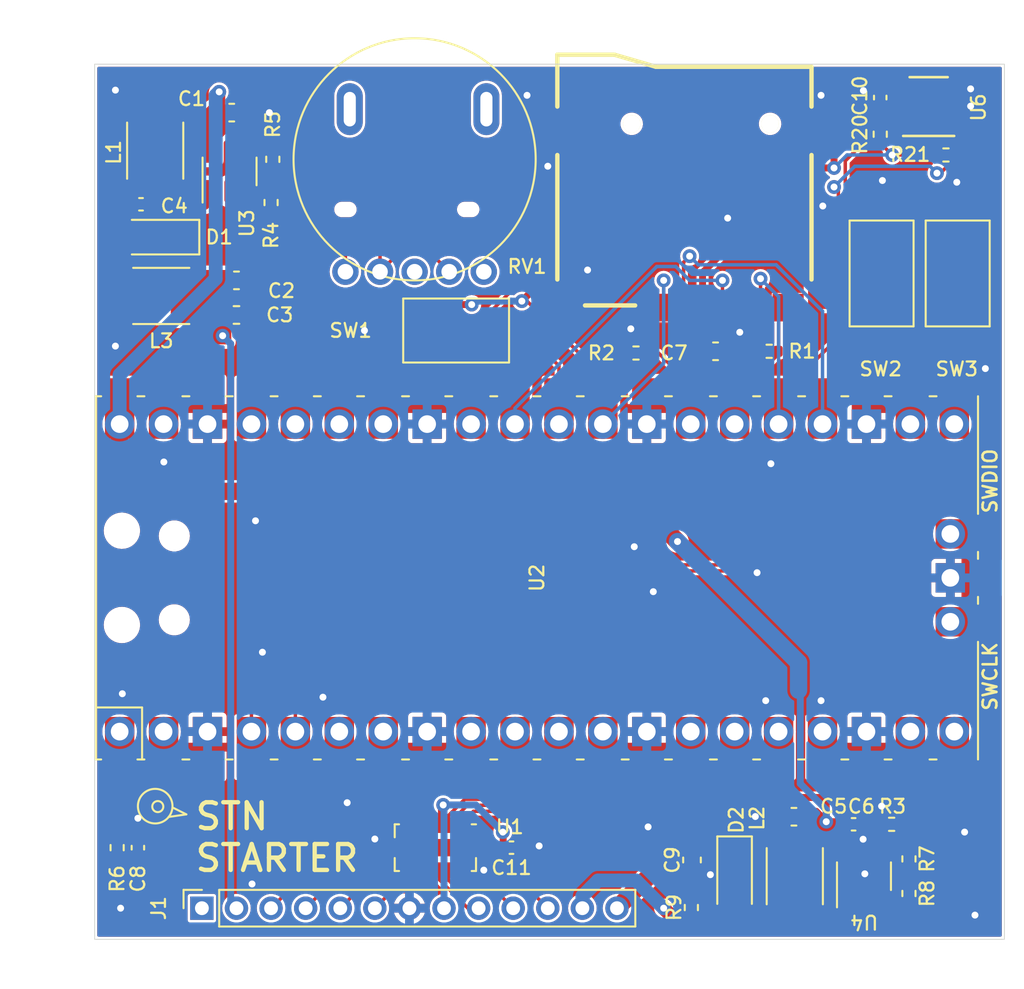
<source format=kicad_pcb>
(kicad_pcb (version 20211014) (generator pcbnew)
  (layers (0 "F.Cu" signal) (31 "B.Cu" signal) (34 "B.Paste" user) (35 "F.Paste" user) (36 "B.SilkS" user "B.Silkscreen") (37 "F.SilkS" user "F.Silkscreen") (38 "B.Mask" user) (39 "F.Mask" user) (44 "Edge.Cuts" user))
  (net 0 "")
  (net 1 "/SWCLK")
  (net 2 "/SWDIO")
  (net 3 "+3V3")
  (net 4 "+5V")
  (net 5 "/VSYNC")
  (net 6 "Net-(D1-Pad2)")
  (net 7 "Net-(D2-Pad2)")
  (net 8 "Net-(R4-Pad1)")
  (net 9 "/SD_DAT2")
  (net 10 "/SD_DAT3")
  (net 11 "/SD_CMD")
  (net 12 "/SD_CLK")
  (net 13 "/SD_DAT0")
  (net 14 "/RUN")
  (net 15 "/PWM0")
  (net 18 "/VSYS")
  (net 19 "GND")
  (net 20 "/SD_DAT1")
  (net 21 "/VCLK")
  (net 22 "VEE")
  (net 23 "Net-(C8-Pad2)")
  (net 24 "Net-(L1-Pad2)")
  (net 25 "/LEDA")
  (net 27 "/D0S")
  (net 28 "/D1S")
  (net 29 "/D2S")
  (net 30 "/D3S")
  (net 31 "/D3")
  (net 32 "/D2")
  (net 33 "/D1")
  (net 34 "/D0")
  (net 35 "/AC")
  (net 36 "/HSYNC")
  (net 37 "/LCD_EN")
  (net 38 "/LEDK")
  (net 39 "Net-(R5-Pad2)")
  (net 40 "/LCD_PWM")
  (net 41 "Net-(R7-Pad1)")
  (net 42 "/VCLKS")
  (net 43 "/HSYNCS")
  (net 44 "/VSYNCS")
  (net 48 "Net-(SW2-Pad1)")
  (net 49 "Net-(SW3-Pad1)")
  (net 50 "/I2C_SDA")
  (net 51 "/I2C_SCL")
  (net 57 "/BL_EN")
  (footprint "Capacitor_SMD:C_0402_1005Metric" (layer "F.Cu") (at 145.38125 109.65 180)
    (fp_text reference "C6")
    (fp_text value "100nF")
  )
  (footprint "Capacitor_SMD:C_0402_1005Metric" (layer "F.Cu") (at 104 111 -90)
    (fp_text reference "C8")
    (fp_text value "220nF")
  )
  (footprint "footprints:L_1212" (layer "F.Cu") (at 105 70.7 -90)
    (fp_text reference "L1")
    (fp_text value "10uH")
  )
  (footprint "Resistor_SMD:R_0402_1005Metric" (layer "F.Cu") (at 111.7 73.7 -90)
    (fp_text reference "R4")
    (fp_text value "470K")
  )
  (footprint "Resistor_SMD:R_0402_1005Metric" (layer "F.Cu") (at 111.8 71.2 -90)
    (fp_text reference "R5")
    (fp_text value "20K")
  )
  (footprint "Capacitor_SMD:C_0603_1608Metric" (layer "F.Cu") (at 109.7 80.2 180)
    (fp_text reference "C3")
    (fp_text value "10uF")
  )
  (footprint "Resistor_SMD:R_0402_1005Metric" (layer "F.Cu") (at 132.8 82.4)
    (fp_text reference "R2")
    (fp_text value "10K")
  )
  (footprint "Capacitor_SMD:C_0603_1608Metric" (layer "F.Cu") (at 141.93125 109.2125)
    (fp_text reference "C5")
    (fp_text value "10uF")
  )
  (footprint "Resistor_SMD:R_0402_1005Metric" (layer "F.Cu") (at 102.8 111 90)
    (fp_text reference "R6")
    (fp_text value "49.9K/1%")
  )
  (footprint "Capacitor_SMD:C_0402_1005Metric" (layer "F.Cu") (at 125.6 111 180)
    (fp_text reference "C11")
    (fp_text value "100nF")
  )
  (footprint "Capacitor_SMD:C_0402_1005Metric" (layer "F.Cu") (at 146.92152 67.62928 -90)
    (fp_text reference "C10")
    (fp_text value "100nF")
  )
  (footprint "Capacitor_SMD:C_0603_1608Metric" (layer "F.Cu") (at 137.4 82.3)
    (fp_text reference "C7")
    (fp_text value "10uF")
  )
  (footprint "Package_TO_SOT_SMD:SOT-23-5" (layer "F.Cu") (at 109.3 71.9 90)
    (fp_text reference "U3")
    (fp_text value "LT1617")
  )
  (footprint "Resistor_SMD:R_0402_1005Metric" (layer "F.Cu") (at 148.58125 111.65 90)
    (fp_text reference "R7")
    (fp_text value "10K")
  )
  (footprint "Button_Switch_SMD:SW_SPST_CK_RS282G05A3" (layer "F.Cu") (at 147 77.8 90)
    (fp_text reference "SW2")
    (fp_text value "SW_Push")
  )
  (footprint "Diode_SMD:D_SOD-123" (layer "F.Cu") (at 138.5 112.6 -90)
    (fp_text reference "D2")
    (fp_text value "MBR0530")
  )
  (footprint "Package_DFN_QFN:WQFN-20-1EP_2.5x4.5mm_P0.5mm_EP1x2.9mm" (layer "F.Cu") (at 121.2 111 -90)
    (fp_text reference "U1")
    (fp_text value "74HC245")
  )
  (footprint "footprints:RPi_Pico_SMD_TH" (layer "F.Cu") (at 127.075 95.4 90)
    (fp_text reference "U2")
    (fp_text value "Pico")
  )
  (footprint "Button_Switch_SMD:SW_SPST_CK_RS282G05A3" (layer "F.Cu") (at 122.4 81.1 180)
    (fp_text reference "SW1")
    (fp_text value "SW_Push")
  )
  (footprint "Button_Switch_SMD:SW_SPST_CK_RS282G05A3" (layer "F.Cu") (at 151.4 77.8 90)
    (fp_text reference "SW3")
    (fp_text value "SW_Push")
  )
  (footprint "Diode_SMD:D_SOD-123" (layer "F.Cu") (at 105.3 75.7 180)
    (fp_text reference "D1")
    (fp_text value "MBR0530")
  )
  (footprint "footprints:Potentiometer_RK14J" (layer "F.Cu") (at 120 71.2)
    (fp_text reference "RV1")
    (fp_text value "RK14J11A0A02/50K")
  )
  (footprint "Connector_PinSocket_2.00mm:PinSocket_1x13_P2.00mm_Vertical" (layer "F.Cu") (at 107.7 114.5 90)
    (fp_text reference "J1")
    (fp_text value "Conn_01x14")
  )
  (footprint "Capacitor_SMD:C_0603_1608Metric" (layer "F.Cu") (at 136.0375 111.7125 90)
    (fp_text reference "C9")
    (fp_text value "1uF/35V")
  )
  (footprint "Resistor_SMD:R_0402_1005Metric" (layer "F.Cu") (at 146.92152 69.74928 90)
    (fp_text reference "R20")
    (fp_text value "10K")
  )
  (footprint "Resistor_SMD:R_0402_1005Metric" (layer "F.Cu") (at 148.58125 113.65 90)
    (fp_text reference "R8")
    (fp_text value "1K")
  )
  (footprint "Resistor_SMD:R_0402_1005Metric" (layer "F.Cu") (at 150.72152 70.94928)
    (fp_text reference "R21")
    (fp_text value "10K")
  )
  (footprint "Capacitor_SMD:C_0603_1608Metric" (layer "F.Cu") (at 109.425 68.5 180)
    (fp_text reference "C1")
    (fp_text value "10uF")
  )
  (footprint "Resistor_SMD:R_0402_1005Metric" (layer "F.Cu") (at 136 114.4625 90)
    (fp_text reference "R9")
    (fp_text value "15R")
  )
  (footprint "Capacitor_SMD:C_0402_1005Metric" (layer "F.Cu") (at 104.18 73.8 180)
    (fp_text reference "C4")
    (fp_text value "220nF")
  )
  (footprint "Package_TO_SOT_SMD:SOT-23-5" (layer "F.Cu") (at 145.98125 112.65 90)
    (fp_text reference "U4")
    (fp_text value "CAT4139")
  )
  (footprint "Capacitor_SMD:C_0603_1608Metric" (layer "F.Cu") (at 109.7 78.2 180)
    (fp_text reference "C2")
    (fp_text value "10uF")
  )
  (footprint "Resistor_SMD:R_0402_1005Metric" (layer "F.Cu") (at 140.5 82.3)
    (fp_text reference "R1")
    (fp_text value "10K")
  )
  (footprint "footprints:L_1212" (layer "F.Cu") (at 105.35 79.1)
    (fp_text reference "L3")
    (fp_text value "10uH")
  )
  (footprint "Package_SON:Texas_PWSON-N6" (layer "F.Cu") (at 149.72152 68.14928 180)
    (fp_text reference "U6")
    (fp_text value "HDC2080")
  )
  (footprint "footprints:TFC-WPAPR-08" (layer "F.Cu") (at 135.6 72.4 90)
    (fp_text reference "MICRO_SD1" hide)
    (fp_text value "MICRO_SD(TFC-WPAPR-08)")
  )
  (footprint "Resistor_SMD:R_0402_1005Metric" (layer "F.Cu") (at 147.58125 109.65 180)
    (fp_text reference "R3")
    (fp_text value "10K")
  )
  (footprint "footprints:L_1212" (layer "F.Cu") (at 141.98125 112.65 -90)
    (fp_text reference "L2")
    (fp_text value "22uH")
  )
  (gr_line (start 106.8 109.075) (end 105.775 109.225) (layer "F.SilkS") (width 0.12))
  (gr_circle (center 105.15 108.624845) (end 105.47 108.624845) (layer "F.SilkS") (width 0.12) (fill none))
  (gr_line (start 106 108.675) (end 106.8 109.075) (layer "F.SilkS") (width 0.12))
  (gr_circle (center 105 108.6) (end 106 108.6) (layer "F.SilkS") (width 0.12) (fill none))
  (gr_rect (start 101.5 65.7) (end 154.1 116.3) (layer "Edge.Cuts") (width 0.05) (fill none))
  (gr_text "STN\nSTARTER" (at 107.2 110.4) (layer "F.SilkS") (effects (font (size 1.5 1.5) (thickness 0.25)) (justify left)))
  (segment (start 144.2505 71.7) (end 142.7 71.7) (width 0.4) (layer "F.Cu") (net 3))
  (segment (start 146.92152 68.10928) (end 148.28152 68.10928) (width 0.4) (layer "F.Cu") (net 3))
  (segment (start 137.3 83.2) (end 136.625 82.525) (width 0.2) (layer "F.Cu") (net 3))
  (segment (start 139.99 82.3) (end 139.6 82.3) (width 0.2) (layer "F.Cu") (net 3))
  (segment (start 138.7 83.2) (end 137.3 83.2) (width 0.2) (layer "F.Cu") (net 3))
  (segment (start 126.2 79.4) (end 126.499511 79.4) (width 0.2) (layer "F.Cu") (net 3))
  (segment (start 115.7 79.6) (end 113.105 82.195) (width 0.4) (layer "F.Cu") (net 3))
  (segment (start 113.105 82.195) (end 113.105 86.51) (width 0.4) (layer "F.Cu") (net 3))
  (segment (start 150.21152 70.94928) (end 147.61152 70.94928) (width 0.2) (layer "F.Cu") (net 3))
  (segment (start 138.5 75.9) (end 136.64902 77.75098) (width 0.4) (layer "F.Cu") (net 3))
  (segment (start 147.61152 70.94928) (end 146.92152 70.25928) (width 0.2) (layer "F.Cu") (net 3))
  (segment (start 126.499511 79.4) (end 129.499511 82.4) (width 0.2) (layer "F.Cu") (net 3))
  (segment (start 136.625 82.525) (end 136.625 82.3) (width 0.2) (layer "F.Cu") (net 3))
  (segment (start 144.2505 70.1495) (end 146.29072 68.10928) (width 0.4) (layer "F.Cu") (net 3))
  (segment (start 129.7 75.9) (end 126.2 79.4) (width 0.4) (layer "F.Cu") (net 3))
  (segment (start 138.5 75.9) (end 129.7 75.9) (width 0.4) (layer "F.Cu") (net 3))
  (segment (start 136.64902 77.75098) (end 136.64902 79.77362) (width 0.4) (layer "F.Cu") (net 3))
  (segment (start 148.28152 68.10928) (end 148.32152 68.14928) (width 0.4) (layer "F.Cu") (net 3))
  (segment (start 146.29072 68.10928) (end 146.92152 68.10928) (width 0.4) (layer "F.Cu") (net 3))
  (segment (start 142.7 71.7) (end 138.5 75.9) (width 0.4) (layer "F.Cu") (net 3))
  (segment (start 139.6 82.3) (end 138.7 83.2) (width 0.2) (layer "F.Cu") (net 3))
  (segment (start 123.3 79.6) (end 115.7 79.6) (width 0.4) (layer "F.Cu") (net 3))
  (segment (start 144.2505 71.7) (end 144.2505 70.1495) (width 0.4) (layer "F.Cu") (net 3))
  (segment (start 136.64902 79.77362) (end 136.64902 82.156475) (width 0.4) (layer "F.Cu") (net 3))
  (segment (start 136.64902 82.156475) (end 136.616 82.189495) (width 0.4) (layer "F.Cu") (net 3))
  (segment (start 129.499511 82.4) (end 132.29 82.4) (width 0.2) (layer "F.Cu") (net 3))
  (via (at 147.61152 70.94928) (size 0.8) (drill 0.4) (layers "F.Cu" "B.Cu") (net 3))
  (via (at 126.2 79.4) (size 0.8) (drill 0.4) (layers "F.Cu" "B.Cu") (net 3))
  (via (at 123.3 79.6) (size 0.8) (drill 0.4) (layers "F.Cu" "B.Cu") (net 3))
  (via (at 144.2505 71.7) (size 0.8) (drill 0.4) (layers "F.Cu" "B.Cu") (net 3))
  (segment (start 126.2 79.4) (end 123.5 79.4) (width 0.4) (layer "B.Cu") (net 3))
  (segment (start 123.5 79.4) (end 123.3 79.6) (width 0.4) (layer "B.Cu") (net 3))
  (segment (start 145.00122 70.94928) (end 147.61152 70.94928) (width 0.2) (layer "B.Cu") (net 3))
  (segment (start 144.2505 71.7) (end 145.00122 70.94928) (width 0.2) (layer "B.Cu") (net 3))
  (segment (start 121.45 108.731467) (end 121.45 109.7) (width 0.2) (layer "F.Cu") (net 4))
  (segment (start 104.1 90.4) (end 111.5 90.4) (width 1) (layer "F.Cu") (net 4))
  (segment (start 102.945 86.51) (end 102.945 89.245) (width 1) (layer "F.Cu") (net 4))
  (segment (start 121.651993 108.529474) (end 121.45 108.731467) (width 0.2) (layer "F.Cu") (net 4))
  (segment (start 108.65 67.35) (end 108.7 67.3) (width 0.8) (layer "F.Cu") (net 4))
  (segment (start 143.8 108.5) (end 143.4 108.1) (width 0.4) (layer "F.Cu") (net 4))
  (segment (start 125.12 110.12) (end 125.1 110.1) (width 0.4) (layer "F.Cu") (net 4))
  (segment (start 132.3 90.4) (end 135.2 93.3) (width 1) (layer "F.Cu") (net 4))
  (segment (start 124.87 110.75) (end 125.12 111) (width 0.2) (layer "F.Cu") (net 4))
  (segment (start 132.9 111.8) (end 125.4 111.8) (width 0.4) (layer "F.Cu") (net 4))
  (segment (start 102.945 89.245) (end 104.1 90.4) (width 1) (layer "F.Cu") (net 4))
  (segment (start 125.12 111) (end 125.12 110.12) (width 0.4) (layer "F.Cu") (net 4))
  (segment (start 123.5 111.25) (end 124.87 111.25) (width 0.2) (layer "F.Cu") (net 4))
  (segment (start 124.87 111.25) (end 125.12 111) (width 0.2) (layer "F.Cu") (net 4))
  (segment (start 143.4 108.1) (end 136.6 108.1) (width 0.4) (layer "F.Cu") (net 4))
  (segment (start 143.8 109.5) (end 143.8 108.5) (width 0.4) (layer "F.Cu") (net 4))
  (segment (start 136.6 108.1) (end 132.9 111.8) (width 0.4) (layer "F.Cu") (net 4))
  (segment (start 144.90125 111.3825) (end 145.03125 111.5125) (width 0.4) (layer "F.Cu") (net 4))
  (segment (start 125.4 111.8) (end 125.12 111.52) (width 0.4) (layer "F.Cu") (net 4))
  (segment (start 108.65 68.5) (end 108.65 67.35) (width 0.8) (layer "F.Cu") (net 4))
  (segment (start 125.12 111.52) (end 125.12 111) (width 0.4) (layer "F.Cu") (net 4))
  (segment (start 144.90125 109.65) (end 144.90125 111.3825) (width 0.4) (layer "F.Cu") (net 4))
  (segment (start 123.5 110.75) (end 124.87 110.75) (width 0.2) (layer "F.Cu") (net 4))
  (segment (start 111.5 90.4) (end 132.3 90.4) (width 1) (layer "F.Cu") (net 4))
  (via (at 125.1 110.1) (size 0.8) (drill 0.4) (layers "F.Cu" "B.Cu") (net 4))
  (via (at 143.8 109.5) (size 0.8) (drill 0.4) (layers "F.Cu" "B.Cu") (net 4))
  (via (at 135.2 93.3) (size 0.8) (drill 0.4) (layers "F.Cu" "B.Cu") (net 4))
  (via (at 121.651993 108.529474) (size 0.8) (drill 0.4) (layers "F.Cu" "B.Cu") (net 4))
  (via (at 108.7 67.3) (size 0.8) (drill 0.4) (layers "F.Cu" "B.Cu") (net 4))
  (segment (start 142.2 101.9) (end 142.3 102) (width 0.4) (layer "B.Cu") (net 4))
  (segment (start 142.3 107.3) (end 143.8 108.8) (width 0.4) (layer "B.Cu") (net 4))
  (segment (start 121.651993 108.529474) (end 121.7 108.577481) (width 0.4) (layer "B.Cu") (net 4))
  (segment (start 121.7 108.577481) (end 121.7 114.5) (width 0.4) (layer "B.Cu") (net 4))
  (segment (start 108.5 67.5) (end 108.5 78.1) (width 0.8) (layer "B.Cu") (net 4))
  (segment (start 121.651993 108.529474) (end 123.529474 108.529474) (width 0.4) (layer "B.Cu") (net 4))
  (segment (start 102.945 83.655) (end 102.945 86.51) (width 0.8) (layer "B.Cu") (net 4))
  (segment (start 108.5 78.1) (end 102.945 83.655) (width 0.8) (layer "B.Cu") (net 4))
  (segment (start 123.529474 108.529474) (end 125.1 110.1) (width 0.4) (layer "B.Cu") (net 4))
  (segment (start 142.2 100.3) (end 142.2 101.9) (width 1) (layer "B.Cu") (net 4))
  (segment (start 108.7 67.3) (end 108.5 67.5) (width 0.8) (layer "B.Cu") (net 4))
  (segment (start 142.3 102) (end 142.3 107.3) (width 0.4) (layer "B.Cu") (net 4))
  (segment (start 135.2 93.3) (end 142.2 100.3) (width 1) (layer "B.Cu") (net 4))
  (segment (start 143.8 108.8) (end 143.8 109.5) (width 0.4) (layer "B.Cu") (net 4))
  (segment (start 122.95 109.7) (end 122.95 109.35) (width 0.2) (layer "F.Cu") (net 5))
  (segment (start 135.965 106.835) (end 135.965 104.29) (width 0.2) (layer "F.Cu") (net 5))
  (segment (start 123.4 108.9) (end 133.9 108.9) (width 0.2) (layer "F.Cu") (net 5))
  (segment (start 133.9 108.9) (end 135.965 106.835) (width 0.2) (layer "F.Cu") (net 5))
  (segment (start 122.95 109.35) (end 123.4 108.9) (width 0.2) (layer "F.Cu") (net 5))
  (segment (start 104 77.1) (end 103.65 76.75) (width 1) (layer "F.Cu") (net 6))
  (segment (start 103.65 76.75) (end 103.65 75.7) (width 1) (layer "F.Cu") (net 6))
  (segment (start 104 79.1) (end 104 77.1) (width 1) (layer "F.Cu") (net 6))
  (segment (start 103.7 75.65) (end 103.65 75.7) (width 0.8) (layer "F.Cu") (net 6))
  (segment (start 103.7 73.8) (end 103.7 75.65) (width 0.8) (layer "F.Cu") (net 6))
  (segment (start 110.4025 73.19) (end 110.25 73.0375) (width 0.2) (layer "F.Cu") (net 8))
  (segment (start 116 76.2) (end 112.99 73.19) (width 0.2) (layer "F.Cu") (net 8))
  (segment (start 111.7 73.19) (end 110.4025 73.19) (width 0.2) (layer "F.Cu") (net 8))
  (segment (start 112.99 73.19) (end 111.7 73.19) (width 0.2) (layer "F.Cu") (net 8))
  (segment (start 116 77.7) (end 116 76.2) (width 0.2) (layer "F.Cu") (net 8))
  (segment (start 134.1 82.4) (end 133.31 82.4) (width 0.2) (layer "F.Cu") (net 9))
  (segment (start 135.965 86.51) (end 135.965 84.265) (width 0.2) (layer "F.Cu") (net 9))
  (segment (start 133.3521 79.77362) (end 133.3521 82.3579) (width 0.2) (layer "F.Cu") (net 9))
  (segment (start 133.3521 82.3579) (end 133.31 82.4) (width 0.2) (layer "F.Cu") (net 9))
  (segment (start 135.965 84.265) (end 134.1 82.4) (width 0.2) (layer "F.Cu") (net 9))
  (segment (start 134.4 78.2) (end 134.4 79.7217) (width 0.2) (layer "F.Cu") (net 10))
  (segment (start 134.4 79.7217) (end 134.45192 79.77362) (width 0.2) (layer "F.Cu") (net 10))
  (via (at 134.4 78.2) (size 0.8) (drill 0.4) (layers "F.Cu" "B.Cu") (net 10))
  (segment (start 134.4 82.995) (end 134.4 78.2) (width 0.2) (layer "B.Cu") (net 10))
  (segment (start 130.885 86.51) (end 134.4 82.995) (width 0.2) (layer "B.Cu") (net 10))
  (segment (start 135.55174 77.14826) (end 135.55174 79.77362) (width 0.2) (layer "F.Cu") (net 11))
  (segment (start 135.9 76.8) (end 135.55174 77.14826) (width 0.2) (layer "F.Cu") (net 11))
  (via (at 135.9 76.8) (size 0.8) (drill 0.4) (layers "F.Cu" "B.Cu") (net 11))
  (segment (start 140.9 77.3) (end 143.585 79.985) (width 0.2) (layer "B.Cu") (net 11))
  (segment (start 135.9 76.8) (end 136.4 77.3) (width 0.2) (layer "B.Cu") (net 11))
  (segment (start 143.585 79.985) (end 143.585 86.51) (width 0.2) (layer "B.Cu") (net 11))
  (segment (start 136.4 77.3) (end 140.9 77.3) (width 0.2) (layer "B.Cu") (net 11))
  (segment (start 137.8 79.72246) (end 137.74884 79.77362) (width 0.2) (layer "F.Cu") (net 12))
  (segment (start 137.8 78.2) (end 137.8 79.72246) (width 0.2) (layer "F.Cu") (net 12))
  (via (at 137.8 78.2) (size 0.8) (drill 0.4) (layers "F.Cu" "B.Cu") (net 12))
  (segment (start 125.805 86.51) (end 125.805 85.595) (width 0.2) (layer "B.Cu") (net 12))
  (segment (start 129.1 82.3) (end 134 77.4) (width 0.2) (layer "B.Cu") (net 12))
  (segment (start 135.1 77.4) (end 135.9 78.2) (width 0.2) (layer "B.Cu") (net 12))
  (segment (start 135.9 78.2) (end 137.8 78.2) (width 0.2) (layer "B.Cu") (net 12))
  (segment (start 125.805 85.595) (end 129.1 82.3) (width 0.2) (layer "B.Cu") (net 12))
  (segment (start 134 77.4) (end 135.1 77.4) (width 0.2) (layer "B.Cu") (net 12))
  (segment (start 140 78.1) (end 140 79.7221) (width 0.2) (layer "F.Cu") (net 13))
  (segment (start 140 79.7221) (end 139.94848 79.77362) (width 0.2) (layer "F.Cu") (net 13))
  (via (at 140 78.1) (size 0.8) (drill 0.4) (layers "F.Cu" "B.Cu") (net 13))
  (segment (start 141.045 86.51) (end 141.045 79.145) (width 0.2) (layer "B.Cu") (net 13))
  (segment (start 141.045 79.145) (end 140 78.1) (width 0.2) (layer "B.Cu") (net 13))
  (segment (start 128.345 83.145) (end 126.3 81.1) (width 0.2) (layer "F.Cu") (net 14))
  (segment (start 128.345 86.51) (end 128.345 83.145) (width 0.2) (layer "F.Cu") (net 14))
  (segment (start 118.9 110.75) (end 117.95 110.75) (width 0.2) (layer "F.Cu") (net 19))
  (segment (start 151.12152 67.19928) (end 152.075 67.19928) (width 0.2) (layer "F.Cu") (net 19))
  (segment (start 104 110.52) (end 104 109.3) (width 0.2) (layer "F.Cu") (net 19))
  (segment (start 147 73.9) (end 147 72.47428) (width 0.2) (layer "F.Cu") (net 19))
  (segment (start 152.125 68.14928) (end 152.1479 68.12638) (width 0.2) (layer "F.Cu") (net 19))
  (segment (start 151.4 73.9) (end 151.4 72.57848) (width 0.2) (layer "F.Cu") (net 19))
  (segment (start 151.12152 68.14928) (end 152.125 68.14928) (width 0.2) (layer "F.Cu") (net 19))
  (segment (start 151.4 72.57848) (end 151.3479 72.52638) (width 0.2) (layer "F.Cu") (net 19))
  (segment (start 117.95 110.75) (end 117.7 110.5) (width 0.2) (layer "F.Cu") (net 19))
  (segment (start 145.98125 113.7875) (end 145.98125 112.5625) (width 0.4) (layer "F.Cu") (net 19))
  (segment (start 145.86125 110.4425) (end 145.93125 110.5125) (width 0.4) (layer "F.Cu") (net 19))
  (segment (start 118.5 81.1) (end 117.1 81.1) (width 0.2) (layer "F.Cu") (net 19))
  (segment (start 145.98125 112.5625) (end 146.03125 112.5125) (width 0.4) (layer "F.Cu") (net 19))
  (segment (start 137.025 112.4875) (end 137.1 112.5625) (width 0.4) (layer "F.Cu") (net 19))
  (segment (start 146.92152 67.14928) (end 146.025 67.14928) (width 0.2) (layer "F.Cu") (net 19))
  (segment (start 152.075 67.19928) (end 152.1479 67.12638) (width 0.2) (layer "F.Cu") (net 19))
  (segment (start 147 72.47428) (end 147.0479 72.42638) (width 0.2) (layer "F.Cu") (net 19))
  (segment (start 145.86125 109.65) (end 147.07125 109.65) (width 0.4) (layer "F.Cu") (net 19))
  (segment (start 145.86125 109.65) (end 145.86125 110.4425) (width 0.4) (layer "F.Cu") (net 19))
  (segment (start 146.025 67.14928) (end 145.9479 67.22638) (width 0.2) (layer "F.Cu") (net 19))
  (segment (start 136.0375 112.4875) (end 137.025 112.4875) (width 0.4) (layer "F.Cu") (net 19))
  (via (at 138.1 74.6) (size 0.8) (drill 0.4) (layers "F.Cu" "B.Cu") (net 19))
  (via (at 146.03125 112.5125) (size 0.8) (drill 0.4) (layers "F.Cu" "B.Cu") (net 19))
  (via (at 104 109.3) (size 0.8) (drill 0.4) (layers "F.Cu" "B.Cu") (net 19))
  (via (at 137.1 112.5625) (size 0.8) (drill 0.4) (layers "F.Cu" "B.Cu") (net 19))
  (via (at 139.8 95.1) (size 0.8) (drill 0.4) (layers "F.Cu" "B.Cu") (net 19))
  (via (at 102.7 82) (size 0.8) (drill 0.4) (layers "F.Cu" "B.Cu") (net 19))
  (via (at 111.2 99.7) (size 0.8) (drill 0.4) (layers "F.Cu" "B.Cu") (net 19))
  (via (at 140.3 102.5) (size 0.8) (drill 0.4) (layers "F.Cu" "B.Cu") (net 19))
  (via (at 133.8 96.2) (size 0.8) (drill 0.4) (layers "F.Cu" "B.Cu") (net 19))
  (via (at 105.5 88.7) (size 0.8) (drill 0.4) (layers "F.Cu" "B.Cu") (net 19))
  (via (at 117.7 110.5) (size 0.8) (drill 0.4) (layers "F.Cu" "B.Cu") (net 19))
  (via (at 132.7 93.6) (size 0.8) (drill 0.4) (layers "F.Cu" "B.Cu") (net 19))
  (via (at 116.1 108.4) (size 0.8) (drill 0.4) (layers "F.Cu" "B.Cu") (net 19))
  (via (at 143.5 102.5) (size 0.8) (drill 0.4) (layers "F.Cu" "B.Cu") (net 19))
  (via (at 126.5 67.5) (size 0.8) (drill 0.4) (layers "F.Cu" "B.Cu") (net 19))
  (via (at 139.7 109.2) (size 0.8) (drill 0.4) (layers "F.Cu" "B.Cu") (net 19))
  (via (at 152.4 114.9) (size 0.8) (drill 0.4) (layers "F.Cu" "B.Cu") (net 19))
  (via (at 151.3479 72.52638) (size 0.8) (drill 0.4) (layers "F.Cu" "B.Cu") (net 19))
  (via (at 110.6 113.1) (size 0.8) (drill 0.4) (layers "F.Cu" "B.Cu") (net 19))
  (via (at 114.7 102.3) (size 0.8) (drill 0.4) (layers "F.Cu" "B.Cu") (net 19))
  (via (at 133.5 109.8) (size 0.8) (drill 0.4) (layers "F.Cu" "B.Cu") (net 19))
  (via (at 145.9479 67.22638) (size 0.8) (drill 0.4) (layers "F.Cu" "B.Cu") (net 19))
  (via (at 147 108.6) (size 0.8) (drill 0.4) (layers "F.Cu" "B.Cu") (net 19))
  (via (at 140.6 88.8) (size 0.8) (drill 0.4) (layers "F.Cu" "B.Cu") (net 19))
  (via (at 145.93125 110.5125) (size 0.8) (drill 0.4) (layers "F.Cu" "B.Cu") (net 19))
  (via (at 143.6 73.9) (size 0.8) (drill 0.4) (layers "F.Cu" "B.Cu") (net 19))
  (via (at 127.7 71.6) (size 0.8) (drill 0.4) (layers "F.Cu" "B.Cu") (net 19))
  (via (at 110.8 92.1) (size 0.8) (drill 0.4) (layers "F.Cu" "B.Cu") (net 19))
  (via (at 102.7 67.2) (size 0.8) (drill 0.4) (layers "F.Cu" "B.Cu") (net 19))
  (via (at 152.1479 67.12638) (size 0.8) (drill 0.4) (layers "F.Cu" "B.Cu") (net 19))
  (via (at 130 77.6) (size 0.8) (drill 0.4) (layers "F.Cu" "B.Cu") (net 19))
  (via (at 111.6 68.5) (size 0.8) (drill 0.4) (layers "F.Cu" "B.Cu") (net 19))
  (via (at 103.1 102.1) (size 0.8) (drill 0.4) (layers "F.Cu" "B.Cu") (net 19))
  (via (at 143.5 67.5) (size 0.8) (drill 0.4) (layers "F.Cu" "B.Cu") (net 19))
  (via (at 127.2 110.9) (size 0.8) (drill 0.4) (layers "F.Cu" "B.Cu") (net 19))
  (via (at 152.1479 68.12638) (size 0.8) (drill 0.4) (layers "F.Cu" "B.Cu") (net 19))
  (via (at 103 114.5) (size 0.8) (drill 0.4) (layers "F.Cu" "B.Cu") (net 19))
  (via (at 124 112.3) (size 0.8) (drill 0.4) (layers "F.Cu" "B.Cu") (net 19))
  (via (at 138.8 81.2) (size 0.8) (drill 0.4) (layers "F.Cu" "B.Cu") (net 19))
  (via (at 153 83.3) (size 0.8) (drill 0.4) (layers "F.Cu" "B.Cu") (net 19))
  (via (at 132.5 81) (size 0.8) (drill 0.4) (layers "F.Cu" "B.Cu") (net 19))
  (via (at 117.1 81.1) (size 0.8) (drill 0.4) (layers "F.Cu" "B.Cu") (net 19))
  (via (at 147.0479 72.42638) (size 0.8) (drill 0.4) (layers "F.Cu" "B.Cu") (net 19))
  (via (at 151.8 110.1) (size 0.8) (drill 0.4) (layers "F.Cu" "B.Cu") (net 19))
  (segment (start 141.01 82.3) (end 141.0483 82.2617) (width 0.2) (layer "F.Cu") (net 20))
  (segment (start 138.505 83.895) (end 138.505 86.51) (width 0.2) (layer "F.Cu") (net 20))
  (segment (start 139.1 83.3) (end 138.505 83.895) (width 0.2) (layer "F.Cu") (net 20))
  (segment (start 141.01 82.49) (end 140.2 83.3) (width 0.2) (layer "F.Cu") (net 20))
  (segment (start 141.01 82.3) (end 141.01 82.49) (width 0.2) (layer "F.Cu") (net 20))
  (segment (start 141.0483 82.2617) (end 141.0483 79.77362) (width 0.2) (layer "F.Cu") (net 20))
  (segment (start 140.2 83.3) (end 139.1 83.3) (width 0.2) (layer "F.Cu") (net 20))
  (segment (start 128.345 107.355) (end 128.345 104.29) (width 0.2) (layer "F.Cu") (net 21))
  (segment (start 121.95 109.15) (end 122.899038 108.200962) (width 0.2) (layer "F.Cu") (net 21))
  (segment (start 122.899038 108.200962) (end 127.499038 108.200962) (width 0.2) (layer "F.Cu") (net 21))
  (segment (start 121.95 109.7) (end 121.95 109.15) (width 0.2) (layer "F.Cu") (net 21))
  (segment (start 127.499038 108.200962) (end 128.345 107.355) (width 0.2) (layer "F.Cu") (net 21))
  (segment (start 111.7 74.21) (end 111.7 75.4) (width 0.2) (layer "F.Cu") (net 22))
  (segment (start 111.7 75.4) (end 108.925 78.175) (width 0.2) (layer "F.Cu") (net 22))
  (segment (start 108.925 78.175) (end 108.925 78.2) (width 0.2) (layer "F.Cu") (net 22))
  (via (at 108.9 81.4) (size 0.8) (drill 0.4) (layers "F.Cu" "B.Cu") (net 22))
  (segment (start 108.9 81.4) (end 109.365489 81.865489) (width 0.4) (layer "B.Cu") (net 22))
  (segment (start 109.365489 81.865489) (end 109.365489 114.165489) (width 0.4) (layer "B.Cu") (net 22))
  (segment (start 109.365489 114.165489) (end 109.7 114.5) (width 0.4) (layer "B.Cu") (net 22))
  (segment (start 150.6 114.8) (end 150.6 112.5) (width 0.2) (layer "F.Cu") (net 23))
  (segment (start 104 111.48) (end 102.83 111.48) (width 0.2) (layer "F.Cu") (net 23))
  (segment (start 150.6 112.5) (end 149.24 111.14) (width 0.2) (layer "F.Cu") (net 23))
  (segment (start 149.24 111.14) (end 148.58125 111.14) (width 0.2) (layer "F.Cu") (net 23))
  (segment (start 149.8 115.6) (end 150.6 114.8) (width 0.2) (layer "F.Cu") (net 23))
  (segment (start 104 113.9) (end 105.7 115.6) (width 0.2) (layer "F.Cu") (net 23))
  (segment (start 102.83 111.48) (end 102.8 111.51) (width 0.2) (layer "F.Cu") (net 23))
  (segment (start 105.7 115.6) (end 149.8 115.6) (width 0.2) (layer "F.Cu") (net 23))
  (segment (start 104 111.48) (end 104 113.9) (width 0.2) (layer "F.Cu") (net 23))
  (segment (start 136.0375 110.9375) (end 135.2625 110.9375) (width 1) (layer "F.Cu") (net 25))
  (segment (start 135.2625 110.9375) (end 131.7 114.5) (width 1) (layer "F.Cu") (net 25))
  (segment (start 116.39904 112.50096) (end 113.69904 112.50096) (width 0.2) (layer "F.Cu") (net 27))
  (segment (start 117.65 111.25) (end 116.39904 112.50096) (width 0.2) (layer "F.Cu") (net 27))
  (segment (start 118.9 111.25) (end 117.65 111.25) (width 0.2) (layer "F.Cu") (net 27))
  (segment (start 113.69904 112.50096) (end 111.7 114.5) (width 0.2) (layer "F.Cu") (net 27))
  (segment (start 115.34952 112.85048) (end 113.7 114.5) (width 0.2) (layer "F.Cu") (net 28))
  (segment (start 119.45 112.65) (end 119.24952 112.85048) (width 0.2) (layer "F.Cu") (net 28))
  (segment (start 119.24952 112.85048) (end 115.34952 112.85048) (width 0.2) (layer "F.Cu") (net 28))
  (segment (start 119.45 112.3) (end 119.45 112.65) (width 0.2) (layer "F.Cu") (net 28))
  (segment (start 119.619022 113.2) (end 117 113.2) (width 0.2) (layer "F.Cu") (net 29))
  (segment (start 119.95 112.869022) (end 119.619022 113.2) (width 0.2) (layer "F.Cu") (net 29))
  (segment (start 117 113.2) (end 115.7 114.5) (width 0.2) (layer "F.Cu") (net 29))
  (segment (start 119.95 112.3) (end 119.95 112.869022) (width 0.2) (layer "F.Cu") (net 29))
  (segment (start 120.45 112.3) (end 120.45 112.95) (width 0.2) (layer "F.Cu") (net 30))
  (segment (start 120.45 112.95) (end 119.85048 113.54952) (width 0.2) (layer "F.Cu") (net 30))
  (segment (start 118.65048 113.54952) (end 117.7 114.5) (width 0.2) (layer "F.Cu") (net 30))
  (segment (start 119.85048 113.54952) (end 118.65048 113.54952) (width 0.2) (layer "F.Cu") (net 30))
  (segment (start 121.3 107.8) (end 125.3 107.8) (width 0.2) (layer "F.Cu") (net 31))
  (segment (start 125.3 107.8) (end 125.805 107.295) (width 0.2) (layer "F.Cu") (net 31))
  (segment (start 120.95 109.7) (end 120.95 108.15) (width 0.2) (layer "F.Cu") (net 31))
  (segment (start 125.805 107.295) (end 125.805 104.29) (width 0.2) (layer "F.Cu") (net 31))
  (segment (start 120.95 108.15) (end 121.3 107.8) (width 0.2) (layer "F.Cu") (net 31))
  (segment (start 120.45 108.05) (end 121.049519 107.450481) (width 0.2) (layer "F.Cu") (net 32))
  (segment (start 123.265 107.035) (end 123.265 104.29) (width 0.2) (layer "F.Cu") (net 32))
  (segment (start 121.049519 107.450481) (end 122.849519 107.450481) (width 0.2) (layer "F.Cu") (net 32))
  (segment (start 120.45 109.7) (end 120.45 108.05) (width 0.2) (layer "F.Cu") (net 32))
  (segment (start 122.849519 107.450481) (end 123.265 107.035) (width 0.2) (layer "F.Cu") (net 32))
  (segment (start 119.95 108.45) (end 118.185 106.685) (width 0.2) (layer "F.Cu") (net 33))
  (segment (start 118.185 106.685) (end 118.185 104.29) (width 0.2) (layer "F.Cu") (net 33))
  (segment (start 119.95 109.7) (end 119.95 108.45) (width 0.2) (layer "F.Cu") (net 33))
  (segment (start 118.3 107.6) (end 116.4 107.6) (width 0.2) (layer "F.Cu") (net 34))
  (segment (start 119.45 108.75) (end 118.3 107.6) (width 0.2) (layer "F.Cu") (net 34))
  (segment (start 119.45 109.7) (end 119.45 108.75) (width 0.2) (layer "F.Cu") (net 34))
  (segment (start 116.4 107.6) (end 115.645 106.845) (width 0.2) (layer "F.Cu") (net 34))
  (segment (start 115.645 106.845) (end 115.645 104.29) (width 0.2) (layer "F.Cu") (net 34))
  (segment (start 122.45 109.15) (end 123.049519 108.550481) (width 0.2) (layer "F.Cu") (net 36))
  (segment (start 129.849519 108.550481) (end 130.885 107.515) (width 0.2) (layer "F.Cu") (net 36))
  (segment (start 122.45 109.7) (end 122.45 109.15) (width 0.2) (layer "F.Cu") (net 36))
  (segment (start 130.885 107.515) (end 130.885 104.29) (width 0.2) (layer "F.Cu") (net 36))
  (segment (start 123.049519 108.550481) (end 129.849519 108.550481) (width 0.2) (layer "F.Cu") (net 36))
  (segment (start 114 69.6) (end 115.1 70.7) (width 0.2) (layer "F.Cu") (net 37))
  (segment (start 125.4 79) (end 123.265 81.135) (width 0.2) (layer "F.Cu") (net 37))
  (segment (start 111 69.6) (end 114 69.6) (width 0.2) (layer "F.Cu") (net 37))
  (segment (start 110.25 70.7625) (end 110.25 70.35) (width 0.2) (layer "F.Cu") (net 37))
  (segment (start 115.1 70.7) (end 122.2 70.7) (width 0.2) (layer "F.Cu") (net 37))
  (segment (start 125.4 73.9) (end 125.4 79) (width 0.2) (layer "F.Cu") (net 37))
  (segment (start 110.25 70.35) (end 111 69.6) (width 0.2) (layer "F.Cu") (net 37))
  (segment (start 123.265 81.135) (end 123.265 86.51) (width 0.2) (layer "F.Cu") (net 37))
  (segment (start 122.2 70.7) (end 125.4 73.9) (width 0.2) (layer "F.Cu") (net 37))
  (segment (start 136.27798 115.25048) (end 148.14952 115.25048) (width 0.2) (layer "F.Cu") (net 38))
  (segment (start 148.14952 115.25048) (end 148.58125 114.81875) (width 0.2) (layer "F.Cu") (net 38))
  (segment (start 148.58125 114.81875) (end 148.58125 114.16) (width 0.2) (layer "F.Cu") (net 38))
  (segment (start 134.85048 114.95048) (end 136 114.95048) (width 0.8) (layer "F.Cu") (net 38))
  (segment (start 134.4 114.5) (end 134.85048 114.95048) (width 0.8) (layer "F.Cu") (net 38))
  (segment (start 136 114.9725) (end 136.27798 115.25048) (width 0.2) (layer "F.Cu") (net 38))
  (via (at 134.4 114.5) (size 0.8) (drill 0.4) (layers "F.Cu" "B.Cu") (net 38))
  (segment (start 130.2 113.3) (end 130.6 112.9) (width 0.8) (layer "B.Cu") (net 38))
  (segment (start 131.8 112.9) (end 132.8 112.9) (width 0.8) (layer "B.Cu") (net 38))
  (segment (start 129.7 114.5) (end 129.7 113.8) (width 0.8) (layer "B.Cu") (net 38))
  (segment (start 129.7 113.8) (end 130.2 113.3) (width 0.8) (layer "B.Cu") (net 38))
  (segment (start 132.8 112.9) (end 134.4 114.5) (width 0.8) (layer "B.Cu") (net 38))
  (segment (start 130.6 112.9) (end 131.8 112.9) (width 0.8) (layer "B.Cu") (net 38))
  (segment (start 118 73.1) (end 116.61 71.71) (width 0.2) (layer "F.Cu") (net 39))
  (segment (start 119.2 76.5) (end 118 77.7) (width 0.2) (layer "F.Cu") (net 39))
  (segment (start 118 77.7) (end 118 73.1) (width 0.2) (layer "F.Cu") (net 39))
  (segment (start 120.8 76.5) (end 119.2 76.5) (width 0.2) (layer "F.Cu") (net 39))
  (segment (start 116.61 71.71) (end 111.8 71.71) (width 0.2) (layer "F.Cu") (net 39))
  (segment (start 122 77.7) (end 120.8 76.5) (width 0.2) (layer "F.Cu") (net 39))
  (segment (start 102.945 104.29) (end 102.945 110.345) (width 0.2) (layer "F.Cu") (net 40))
  (segment (start 102.945 110.345) (end 102.8 110.49) (width 0.2) (layer "F.Cu") (net 40))
  (segment (start 146.93125 113.0125) (end 147.13125 112.8125) (width 0.2) (layer "F.Cu") (net 41))
  (segment (start 148.58125 113.14) (end 148.58125 112.16) (width 0.2) (layer "F.Cu") (net 41))
  (segment (start 148.25375 112.8125) (end 148.58125 113.14) (width 0.2) (layer "F.Cu") (net 41))
  (segment (start 146.93125 113.7875) (end 146.93125 113.0125) (width 0.2) (layer "F.Cu") (net 41))
  (segment (start 147.13125 112.8125) (end 148.25375 112.8125) (width 0.2) (layer "F.Cu") (net 41))
  (segment (start 123.080978 114.5) (end 123.7 114.5) (width 0.2) (layer "F.Cu") (net 42))
  (segment (start 121.45 112.869022) (end 123.080978 114.5) (width 0.2) (layer "F.Cu") (net 42))
  (segment (start 121.45 112.3) (end 121.45 112.869022) (width 0.2) (layer "F.Cu") (net 42))
  (segment (start 121.95 112.3) (end 121.95 112.869022) (width 0.2) (layer "F.Cu") (net 43))
  (segment (start 121.95 112.869022) (end 122.580978 113.5) (width 0.2) (layer "F.Cu") (net 43))
  (segment (start 124.7 113.5) (end 125.7 114.5) (width 0.2) (layer "F.Cu") (net 43))
  (segment (start 122.580978 113.5) (end 124.7 113.5) (width 0.2) (layer "F.Cu") (net 43))
  (segment (start 122.45 112.3) (end 122.45 112.75) (width 0.2) (layer "F.Cu") (net 44))
  (segment (start 126.35048 113.15048) (end 127.7 114.5) (width 0.2) (layer "F.Cu") (net 44))
  (segment (start 122.45 112.75) (end 122.85048 113.15048) (width 0.2) (layer "F.Cu") (net 44))
  (segment (start 122.85048 113.15048) (end 126.35048 113.15048) (width 0.2) (layer "F.Cu") (net 44))
  (segment (start 148.665 83.365) (end 147 81.7) (width 0.2) (layer "F.Cu") (net 48))
  (segment (start 148.665 86.51) (end 148.665 83.365) (width 0.2) (layer "F.Cu") (net 48))
  (segment (start 151.4 86.315) (end 151.4 81.7) (width 0.2) (layer "F.Cu") (net 49))
  (segment (start 151.205 86.51) (end 151.4 86.315) (width 0.2) (layer "F.Cu") (net 49))
  (segment (start 144.5 81.5) (end 142.3 83.7) (width 0.2) (layer "F.Cu") (net 50))
  (segment (start 142.3 90.405704) (end 138.055223 94.650481) (width 0.2) (layer "F.Cu") (net 50))
  (segment (start 150.4 72) (end 151.23152 71.16848) (width 0.2) (layer "F.Cu") (net 50))
  (segment (start 144.5 73.0495) (end 144.5 81.5) (width 0.2) (layer "F.Cu") (net 50))
  (segment (start 151.23152 71.16848) (end 151.23152 70.94928) (width 0.2) (layer "F.Cu") (net 50))
  (segment (start 151.2 69.17776) (end 151.2 70.91776) (width 0.2) (layer "F.Cu") (net 50))
  (segment (start 138.055223 94.650481) (end 119.149519 94.650481) (width 0.2) (layer "F.Cu") (net 50))
  (segment (start 150.2 72) (end 150.4 72) (width 0.2) (layer "F.Cu") (net 50))
  (segment (start 151.12152 69.09928) (end 151.2 69.17776) (width 0.2) (layer "F.Cu") (net 50))
  (segment (start 142.3 83.7) (end 142.3 90.405704) (width 0.2) (layer "F.Cu") (net 50))
  (segment (start 110.565 103.235) (end 110.565 104.29) (width 0.2) (layer "F.Cu") (net 50))
  (segment (start 144.2505 72.8) (end 144.5 73.0495) (width 0.2) (layer "F.Cu") (net 50))
  (segment (start 119.149519 94.650481) (end 110.565 103.235) (width 0.2) (layer "F.Cu") (net 50))
  (segment (start 151.2 70.91776) (end 151.23152 70.94928) (width 0.2) (layer "F.Cu") (net 50))
  (via (at 144.2505 72.8) (size 0.8) (drill 0.4) (layers "F.Cu" "B.Cu") (net 50))
  (via (at 150.2 72) (size 0.8) (drill 0.4) (layers "F.Cu" "B.Cu") (net 50))
  (segment (start 144.2505 72.8) (end 145.4505 71.6) (width 0.2) (layer "B.Cu") (net 50))
  (segment (start 145.4505 71.6) (end 149.8 71.6) (width 0.2) (layer "B.Cu") (net 50))
  (segment (start 149.8 71.6) (end 150.2 72) (width 0.2) (layer "B.Cu") (net 50))
  (segment (start 146.92152 69.271294) (end 144.9 71.292814) (width 0.2) (layer "F.Cu") (net 51))
  (segment (start 148.32152 69.09928) (end 147.06152 69.09928) (width 0.2) (layer "F.Cu") (net 51))
  (segment (start 144.9 88.3) (end 138.2 95) (width 0.2) (layer "F.Cu") (net 51))
  (segment (start 144.9 71.292814) (end 144.9 88.3) (width 0.2) (layer "F.Cu") (net 51))
  (segment (start 119.294296 95) (end 113.105 101.189296) (width 0.2) (layer "F.Cu") (net 51))
  (segment (start 138.2 95) (end 119.294296 95) (width 0.2) (layer "F.Cu") (net 51))
  (segment (start 147.06152 69.09928) (end 146.92152 69.23928) (width 0.2) (layer "F.Cu") (net 51))
  (segment (start 146.92152 69.23928) (end 146.92152 69.271294) (width 0.2) (layer "F.Cu") (net 51))
  (segment (start 113.105 101.189296) (end 113.105 104.29) (width 0.2) (layer "F.Cu") (net 51))
  (segment (start 146.93125 110.81) (end 148.09125 109.65) (width 0.2) (layer "F.Cu") (net 57))
  (segment (start 146.93125 111.5125) (end 146.93125 110.81) (width 0.2) (layer "F.Cu") (net 57))
  (segment (start 148.09125 108.50875) (end 148.665 107.935) (width 0.2) (layer "F.Cu") (net 57))
  (segment (start 148.09125 109.65) (end 148.09125 108.50875) (width 0.2) (layer "F.Cu") (net 57))
  (segment (start 148.665 107.935) (end 148.665 104.29) (width 0.2) (layer "F.Cu") (net 57))
  (zone (net 4) (net_name "+5V") (layer "F.Cu") (priority 1) (connect_pads yes (clearance 0.254)) (min_thickness 0.254) (fill yes (thermal_gap 0.508) (thermal_bridge_width 0.508))
    (polygon (pts (xy 145.2 110.6) (xy 145.4 110.8) (xy 145.4 112.1) (xy 140.5 112.1) (xy 140.5 110.6) (xy 141.3 110.6) (xy 142.2 109.7) (xy 142.2 108.7) (xy 143.3 108.7) (xy 143.9 109.3) (xy 145.2 109.3)))
  )
  (zone (net 0) (net_name "") (layer "F.Cu") (connect_pads yes (clearance 0)) (min_thickness 0.254)
    (keepout (tracks allowed) (vias allowed) (pads allowed) (copperpour not_allowed) (footprints allowed))
    (fill (thermal_gap 0.508) (thermal_bridge_width 0.508))
    (polygon (pts (xy 106.5 71.2) (xy 103.3 71.2) (xy 103.3 70.2) (xy 106.5 70.2)))
  )
  (zone (net 22) (net_name "VEE") (layer "F.Cu") (priority 1) (connect_pads yes (clearance 0.254)) (min_thickness 0.254) (fill yes (thermal_gap 0.508) (thermal_bridge_width 0.508))
    (polygon (pts (xy 109.4 81.9) (xy 107.5 81.9) (xy 107.5 80.7) (xy 105.9 80.7) (xy 105.9 77.6) (xy 109.4 77.6)))
  )
  (zone (net 25) (net_name "/LEDA") (layer "F.Cu") (priority 1) (connect_pads yes (clearance 0.254)) (min_thickness 0.254) (fill yes (thermal_gap 0.508) (thermal_bridge_width 0.508))
    (polygon (pts (xy 139.1 111.4) (xy 135.6 111.4) (xy 135.6 110.5) (xy 139.1 110.5)))
  )
  (zone (net 19) (net_name "GND") (layers F&B.Cu) (connect_pads (clearance 0.15)) (min_thickness 0.15) (fill yes (thermal_gap 0.254) (thermal_bridge_width 0.508))
    (polygon (pts (xy 155 116.8) (xy 101 116.8) (xy 101 65) (xy 155 65)))
  )
  (zone (net 0) (net_name "") (layer "F.Cu") (connect_pads yes (clearance 0)) (min_thickness 0.254)
    (keepout (tracks allowed) (vias allowed) (pads allowed) (copperpour not_allowed) (footprints allowed))
    (fill (thermal_gap 0.508) (thermal_bridge_width 0.508))
    (polygon (pts (xy 105.8 77.4) (xy 105.8 80.8) (xy 104.9 80.8) (xy 104.9 77.4)))
  )
  (zone (net 7) (net_name "Net-(D2-Pad2)") (layer "F.Cu") (priority 1) (connect_pads yes (clearance 0.254)) (min_thickness 0.254) (fill yes (thermal_gap 0.508) (thermal_bridge_width 0.508))
    (polygon (pts (xy 141.8 114.8) (xy 137.9 114.8) (xy 137.9 113.7) (xy 139.3 113.7) (xy 139.8 113.2) (xy 141.8 113.2)))
  )
  (zone (net 0) (net_name "") (layer "F.Cu") (connect_pads yes (clearance 0)) (min_thickness 0.254)
    (keepout (tracks allowed) (vias allowed) (pads allowed) (copperpour not_allowed) (footprints allowed))
    (fill (thermal_gap 0.508) (thermal_bridge_width 0.508))
    (polygon (pts (xy 143.7 113.1) (xy 140.3 113.1) (xy 140.3 112.2) (xy 143.7 112.2)))
  )
  (zone (net 24) (net_name "Net-(L1-Pad2)") (layer "F.Cu") (priority 1) (connect_pads yes (clearance 0.254)) (min_thickness 0.254) (fill yes (thermal_gap 0.508) (thermal_bridge_width 0.508))
    (polygon (pts (xy 108.6 73.7) (xy 108.4 73.7) (xy 108 74.1) (xy 104.4 74.1) (xy 104.4 73.4) (xy 103.8 72.8) (xy 103.5 72.8) (xy 103.5 71.3) (xy 106.5 71.3) (xy 107.6 72.4) (xy 108.6 72.4)))
  )
  (zone (net 7) (net_name "Net-(D2-Pad2)") (layer "F.Cu") (priority 1) (connect_pads yes (clearance 0.254)) (min_thickness 0.254) (fill yes (thermal_gap 0.508) (thermal_bridge_width 0.508))
    (polygon (pts (xy 145.3 114.4) (xy 144 114.4) (xy 143.6 114.8) (xy 140.4 114.8) (xy 140.4 113.2) (xy 145.3 113.2)))
  )
  (zone (net 4) (net_name "+5V") (layer "F.Cu") (priority 1) (connect_pads yes (clearance 0.254)) (min_thickness 0.254) (fill yes (thermal_gap 0.508) (thermal_bridge_width 0.508))
    (polygon (pts (xy 109.1 69.7) (xy 108.7 70.1) (xy 108.7 71.4) (xy 107.8 71.4) (xy 106.5 70.1) (xy 103.5 70.1) (xy 103.5 68.6) (xy 107.6 68.6) (xy 108.2 68) (xy 109.1 68)))
  )
)
</source>
